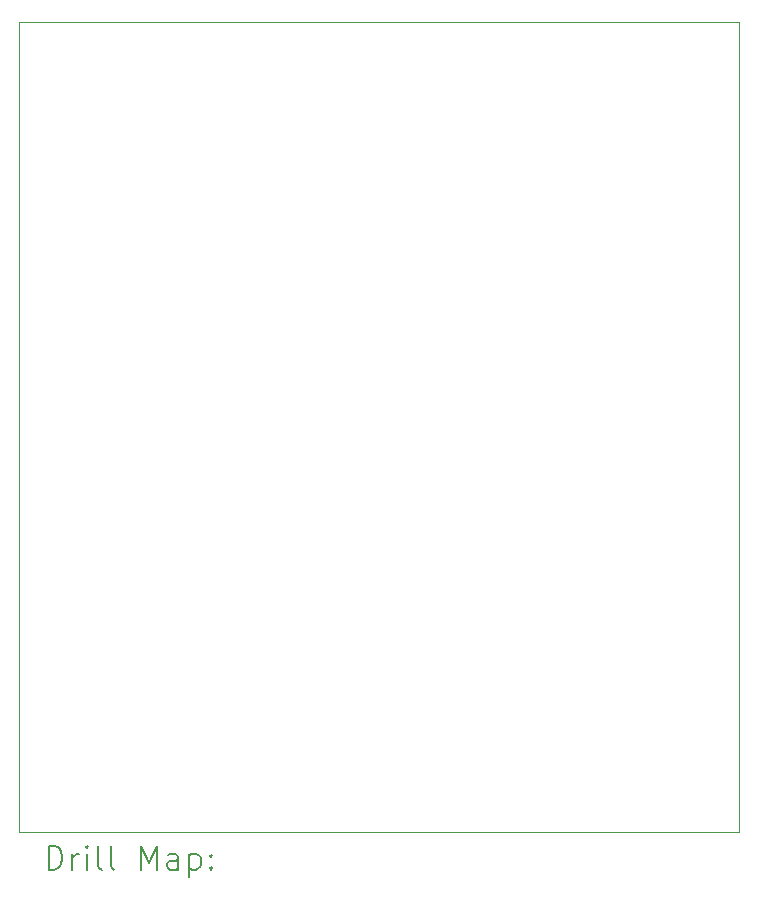
<source format=gbr>
%TF.GenerationSoftware,KiCad,Pcbnew,8.0.0*%
%TF.CreationDate,2024-04-17T18:36:48+02:00*%
%TF.ProjectId,Inverter_Voltage Sensor,496e7665-7274-4657-925f-566f6c746167,rev?*%
%TF.SameCoordinates,Original*%
%TF.FileFunction,Drillmap*%
%TF.FilePolarity,Positive*%
%FSLAX45Y45*%
G04 Gerber Fmt 4.5, Leading zero omitted, Abs format (unit mm)*
G04 Created by KiCad (PCBNEW 8.0.0) date 2024-04-17 18:36:48*
%MOMM*%
%LPD*%
G01*
G04 APERTURE LIST*
%ADD10C,0.100000*%
%ADD11C,0.200000*%
G04 APERTURE END LIST*
D10*
X7620000Y-5588000D02*
X13716000Y-5588000D01*
X13716000Y-12446000D01*
X7620000Y-12446000D01*
X7620000Y-5588000D01*
D11*
X7875777Y-12762484D02*
X7875777Y-12562484D01*
X7875777Y-12562484D02*
X7923396Y-12562484D01*
X7923396Y-12562484D02*
X7951967Y-12572008D01*
X7951967Y-12572008D02*
X7971015Y-12591055D01*
X7971015Y-12591055D02*
X7980539Y-12610103D01*
X7980539Y-12610103D02*
X7990062Y-12648198D01*
X7990062Y-12648198D02*
X7990062Y-12676769D01*
X7990062Y-12676769D02*
X7980539Y-12714865D01*
X7980539Y-12714865D02*
X7971015Y-12733912D01*
X7971015Y-12733912D02*
X7951967Y-12752960D01*
X7951967Y-12752960D02*
X7923396Y-12762484D01*
X7923396Y-12762484D02*
X7875777Y-12762484D01*
X8075777Y-12762484D02*
X8075777Y-12629150D01*
X8075777Y-12667246D02*
X8085301Y-12648198D01*
X8085301Y-12648198D02*
X8094824Y-12638674D01*
X8094824Y-12638674D02*
X8113872Y-12629150D01*
X8113872Y-12629150D02*
X8132920Y-12629150D01*
X8199586Y-12762484D02*
X8199586Y-12629150D01*
X8199586Y-12562484D02*
X8190062Y-12572008D01*
X8190062Y-12572008D02*
X8199586Y-12581531D01*
X8199586Y-12581531D02*
X8209110Y-12572008D01*
X8209110Y-12572008D02*
X8199586Y-12562484D01*
X8199586Y-12562484D02*
X8199586Y-12581531D01*
X8323396Y-12762484D02*
X8304348Y-12752960D01*
X8304348Y-12752960D02*
X8294824Y-12733912D01*
X8294824Y-12733912D02*
X8294824Y-12562484D01*
X8428158Y-12762484D02*
X8409110Y-12752960D01*
X8409110Y-12752960D02*
X8399586Y-12733912D01*
X8399586Y-12733912D02*
X8399586Y-12562484D01*
X8656729Y-12762484D02*
X8656729Y-12562484D01*
X8656729Y-12562484D02*
X8723396Y-12705341D01*
X8723396Y-12705341D02*
X8790063Y-12562484D01*
X8790063Y-12562484D02*
X8790063Y-12762484D01*
X8971015Y-12762484D02*
X8971015Y-12657722D01*
X8971015Y-12657722D02*
X8961491Y-12638674D01*
X8961491Y-12638674D02*
X8942444Y-12629150D01*
X8942444Y-12629150D02*
X8904348Y-12629150D01*
X8904348Y-12629150D02*
X8885301Y-12638674D01*
X8971015Y-12752960D02*
X8951967Y-12762484D01*
X8951967Y-12762484D02*
X8904348Y-12762484D01*
X8904348Y-12762484D02*
X8885301Y-12752960D01*
X8885301Y-12752960D02*
X8875777Y-12733912D01*
X8875777Y-12733912D02*
X8875777Y-12714865D01*
X8875777Y-12714865D02*
X8885301Y-12695817D01*
X8885301Y-12695817D02*
X8904348Y-12686293D01*
X8904348Y-12686293D02*
X8951967Y-12686293D01*
X8951967Y-12686293D02*
X8971015Y-12676769D01*
X9066253Y-12629150D02*
X9066253Y-12829150D01*
X9066253Y-12638674D02*
X9085301Y-12629150D01*
X9085301Y-12629150D02*
X9123396Y-12629150D01*
X9123396Y-12629150D02*
X9142444Y-12638674D01*
X9142444Y-12638674D02*
X9151967Y-12648198D01*
X9151967Y-12648198D02*
X9161491Y-12667246D01*
X9161491Y-12667246D02*
X9161491Y-12724388D01*
X9161491Y-12724388D02*
X9151967Y-12743436D01*
X9151967Y-12743436D02*
X9142444Y-12752960D01*
X9142444Y-12752960D02*
X9123396Y-12762484D01*
X9123396Y-12762484D02*
X9085301Y-12762484D01*
X9085301Y-12762484D02*
X9066253Y-12752960D01*
X9247205Y-12743436D02*
X9256729Y-12752960D01*
X9256729Y-12752960D02*
X9247205Y-12762484D01*
X9247205Y-12762484D02*
X9237682Y-12752960D01*
X9237682Y-12752960D02*
X9247205Y-12743436D01*
X9247205Y-12743436D02*
X9247205Y-12762484D01*
X9247205Y-12638674D02*
X9256729Y-12648198D01*
X9256729Y-12648198D02*
X9247205Y-12657722D01*
X9247205Y-12657722D02*
X9237682Y-12648198D01*
X9237682Y-12648198D02*
X9247205Y-12638674D01*
X9247205Y-12638674D02*
X9247205Y-12657722D01*
M02*

</source>
